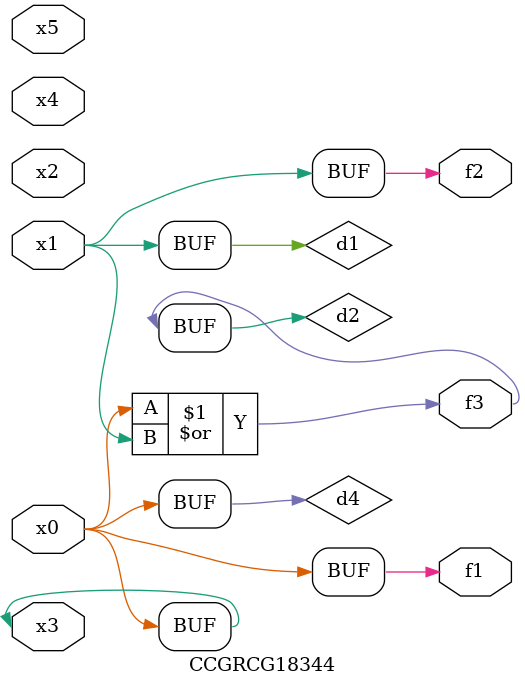
<source format=v>
module CCGRCG18344(
	input x0, x1, x2, x3, x4, x5,
	output f1, f2, f3
);

	wire d1, d2, d3, d4;

	and (d1, x1);
	or (d2, x0, x1);
	nand (d3, x0, x5);
	buf (d4, x0, x3);
	assign f1 = d4;
	assign f2 = d1;
	assign f3 = d2;
endmodule

</source>
